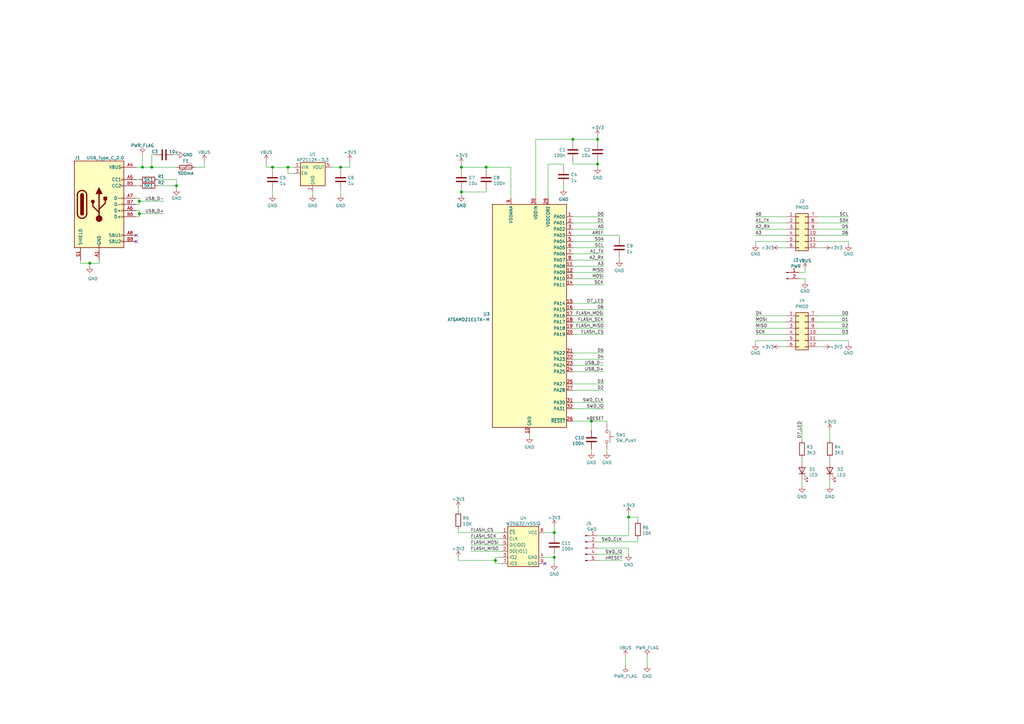
<source format=kicad_sch>
(kicad_sch (version 20210406) (generator eeschema)
  (paper "A3")
  (title_block (title "samd21-pmod") (rev "0.1") (company "Josh Johnson"))
  (lib_symbols
    (symbol "Connector:Conn_01x02_Male" (pin_names (offset 1.016) hide)
      (property "Reference" "J" (at 0 2.54 0))
      (property "Value" "Conn_01x02_Male" (at 0 -5.08 0))
      (symbol "Conn_01x02_Male_1_1"
        (rectangle (start 0.8636 -2.413) (end 0 -2.667) (stroke (width 0.1524)) (fill (type outline)))
        (rectangle (start 0.8636 0.127) (end 0 -0.127) (stroke (width 0.1524)) (fill (type outline)))
        (polyline (pts (xy 1.27 -2.54) (xy 0.8636 -2.54)) (stroke (width 0.1524)))
        (polyline (pts (xy 1.27 0) (xy 0.8636 0)) (stroke (width 0.1524)))
        (pin passive line (at 5.08 0 180) (length 3.81) (name "Pin_1") (number "1"))
        (pin passive line (at 5.08 -2.54 180) (length 3.81) (name "Pin_2") (number "2"))
      )
    )
    (symbol "Connector:Conn_01x05_Male" (pin_names (offset 1.016) hide)
      (property "Reference" "J" (at 0 7.62 0))
      (property "Value" "Conn_01x05_Male" (at 0 -7.62 0))
      (symbol "Conn_01x05_Male_1_1"
        (rectangle (start 0.8636 -4.953) (end 0 -5.207) (stroke (width 0.1524)) (fill (type outline)))
        (rectangle (start 0.8636 -2.413) (end 0 -2.667) (stroke (width 0.1524)) (fill (type outline)))
        (rectangle (start 0.8636 0.127) (end 0 -0.127) (stroke (width 0.1524)) (fill (type outline)))
        (rectangle (start 0.8636 2.667) (end 0 2.413) (stroke (width 0.1524)) (fill (type outline)))
        (rectangle (start 0.8636 5.207) (end 0 4.953) (stroke (width 0.1524)) (fill (type outline)))
        (polyline (pts (xy 1.27 -5.08) (xy 0.8636 -5.08)) (stroke (width 0.1524)))
        (polyline (pts (xy 1.27 -2.54) (xy 0.8636 -2.54)) (stroke (width 0.1524)))
        (polyline (pts (xy 1.27 0) (xy 0.8636 0)) (stroke (width 0.1524)))
        (polyline (pts (xy 1.27 2.54) (xy 0.8636 2.54)) (stroke (width 0.1524)))
        (polyline (pts (xy 1.27 5.08) (xy 0.8636 5.08)) (stroke (width 0.1524)))
        (pin passive line (at 5.08 5.08 180) (length 3.81) (name "Pin_1") (number "1"))
        (pin passive line (at 5.08 2.54 180) (length 3.81) (name "Pin_2") (number "2"))
        (pin passive line (at 5.08 0 180) (length 3.81) (name "Pin_3") (number "3"))
        (pin passive line (at 5.08 -2.54 180) (length 3.81) (name "Pin_4") (number "4"))
        (pin passive line (at 5.08 -5.08 180) (length 3.81) (name "Pin_5") (number "5"))
      )
    )
    (symbol "Connector:USB_C_Receptacle_USB2.0" (pin_names (offset 1.016))
      (property "Reference" "J" (at -10.16 19.05 0))
      (property "Value" "USB_C_Receptacle_USB2.0" (at 19.05 19.05 0))
      (symbol "USB_C_Receptacle_USB2.0_0_0"
        (rectangle (start -0.254 -17.78) (end 0.254 -16.764))
        (rectangle (start 10.16 -14.986) (end 9.144 -15.494))
        (rectangle (start 10.16 -12.446) (end 9.144 -12.954))
        (rectangle (start 10.16 -4.826) (end 9.144 -5.334))
        (rectangle (start 10.16 -2.286) (end 9.144 -2.794))
        (rectangle (start 10.16 0.254) (end 9.144 -0.254))
        (rectangle (start 10.16 2.794) (end 9.144 2.286))
        (rectangle (start 10.16 7.874) (end 9.144 7.366))
        (rectangle (start 10.16 10.414) (end 9.144 9.906))
        (rectangle (start 10.16 15.494) (end 9.144 14.986))
      )
      (symbol "USB_C_Receptacle_USB2.0_0_1"
        (arc (start -8.89 -3.81) (end -5.08 -3.81) (radius (at -6.985 -3.81) (length 1.905) (angles -179.9 -0.1)) (stroke (width 0.508)))
        (arc (start -7.62 -3.81) (end -6.35 -3.81) (radius (at -6.985 -3.81) (length 0.635) (angles -179.9 -0.1)) (stroke (width 0.254)))
        (arc (start -6.35 3.81) (end -7.62 3.81) (radius (at -6.985 3.81) (length 0.635) (angles 0.1 179.9)) (stroke (width 0.254)))
        (arc (start -5.08 3.81) (end -8.89 3.81) (radius (at -6.985 3.81) (length 1.905) (angles 0.1 179.9)) (stroke (width 0.508)))
        (arc (start -7.62 -3.81) (end -6.35 -3.81) (radius (at -6.985 -3.81) (length 0.635) (angles -179.9 -0.1)) (stroke (width 0.254)) (fill (type outline)))
        (arc (start -6.35 3.81) (end -7.62 3.81) (radius (at -6.985 3.81) (length 0.635) (angles 0.1 179.9)) (stroke (width 0.254)) (fill (type outline)))
        (circle (center -2.54 1.143) (radius 0.635) (stroke (width 0.254)) (fill (type outline)))
        (circle (center 0 -5.842) (radius 1.27) (fill (type outline)))
        (rectangle (start -7.62 -3.81) (end -6.35 3.81) (stroke (width 0.254)) (fill (type outline)))
        (rectangle (start 1.905 1.778) (end 3.175 3.048) (stroke (width 0.254)) (fill (type outline)))
        (rectangle (start -10.16 17.78) (end 10.16 -17.78) (stroke (width 0.254)) (fill (type background)))
        (polyline (pts (xy -8.89 -3.81) (xy -8.89 3.81)) (stroke (width 0.508)))
        (polyline (pts (xy -5.08 3.81) (xy -5.08 -3.81)) (stroke (width 0.508)))
        (polyline (pts (xy 0 -5.842) (xy 0 4.318)) (stroke (width 0.508)))
        (polyline (pts (xy 0 -3.302) (xy -2.54 -0.762) (xy -2.54 0.508)) (stroke (width 0.508)))
        (polyline (pts (xy 0 -2.032) (xy 2.54 0.508) (xy 2.54 1.778)) (stroke (width 0.508)))
        (polyline (pts (xy -1.27 4.318) (xy 0 6.858) (xy 1.27 4.318) (xy -1.27 4.318)) (stroke (width 0.254)) (fill (type outline)))
      )
      (symbol "USB_C_Receptacle_USB2.0_1_1"
        (pin power_in line (at 0 -22.86 90) (length 5.08) (name "GND") (number "A1"))
        (pin passive line (at 0 -22.86 90) (length 5.08) hide (name "GND") (number "A12"))
        (pin power_in line (at 15.24 15.24 180) (length 5.08) (name "VBUS") (number "A4"))
        (pin bidirectional line (at 15.24 10.16 180) (length 5.08) (name "CC1") (number "A5"))
        (pin bidirectional line (at 15.24 -2.54 180) (length 5.08) (name "D+") (number "A6"))
        (pin bidirectional line (at 15.24 2.54 180) (length 5.08) (name "D-") (number "A7"))
        (pin bidirectional line (at 15.24 -12.7 180) (length 5.08) (name "SBU1") (number "A8"))
        (pin passive line (at 15.24 15.24 180) (length 5.08) hide (name "VBUS") (number "A9"))
        (pin passive line (at 0 -22.86 90) (length 5.08) hide (name "GND") (number "B1"))
        (pin passive line (at 0 -22.86 90) (length 5.08) hide (name "GND") (number "B12"))
        (pin passive line (at 15.24 15.24 180) (length 5.08) hide (name "VBUS") (number "B4"))
        (pin bidirectional line (at 15.24 7.62 180) (length 5.08) (name "CC2") (number "B5"))
        (pin bidirectional line (at 15.24 -5.08 180) (length 5.08) (name "D+") (number "B6"))
        (pin bidirectional line (at 15.24 0 180) (length 5.08) (name "D-") (number "B7"))
        (pin bidirectional line (at 15.24 -15.24 180) (length 5.08) (name "SBU2") (number "B8"))
        (pin passive line (at 15.24 15.24 180) (length 5.08) hide (name "VBUS") (number "B9"))
        (pin passive line (at -7.62 -22.86 90) (length 5.08) (name "SHIELD") (number "S1"))
      )
    )
    (symbol "Connector_Generic:Conn_02x06_Top_Bottom" (pin_names (offset 1.016) hide)
      (property "Reference" "J" (at 1.27 7.62 0))
      (property "Value" "Conn_02x06_Top_Bottom" (at 1.27 -10.16 0))
      (symbol "Conn_02x06_Top_Bottom_1_1"
        (rectangle (start -1.27 -7.493) (end 0 -7.747) (stroke (width 0.1524)))
        (rectangle (start -1.27 -4.953) (end 0 -5.207) (stroke (width 0.1524)))
        (rectangle (start -1.27 -2.413) (end 0 -2.667) (stroke (width 0.1524)))
        (rectangle (start -1.27 0.127) (end 0 -0.127) (stroke (width 0.1524)))
        (rectangle (start -1.27 2.667) (end 0 2.413) (stroke (width 0.1524)))
        (rectangle (start -1.27 5.207) (end 0 4.953) (stroke (width 0.1524)))
        (rectangle (start 3.81 -7.493) (end 2.54 -7.747) (stroke (width 0.1524)))
        (rectangle (start 3.81 -4.953) (end 2.54 -5.207) (stroke (width 0.1524)))
        (rectangle (start 3.81 -2.413) (end 2.54 -2.667) (stroke (width 0.1524)))
        (rectangle (start 3.81 0.127) (end 2.54 -0.127) (stroke (width 0.1524)))
        (rectangle (start 3.81 2.667) (end 2.54 2.413) (stroke (width 0.1524)))
        (rectangle (start 3.81 5.207) (end 2.54 4.953) (stroke (width 0.1524)))
        (rectangle (start -1.27 6.35) (end 3.81 -8.89) (stroke (width 0.254)) (fill (type background)))
        (pin passive line (at -5.08 5.08 0) (length 3.81) (name "Pin_1") (number "1"))
        (pin passive line (at 7.62 -2.54 180) (length 3.81) (name "Pin_10") (number "10"))
        (pin passive line (at 7.62 -5.08 180) (length 3.81) (name "Pin_11") (number "11"))
        (pin passive line (at 7.62 -7.62 180) (length 3.81) (name "Pin_12") (number "12"))
        (pin passive line (at -5.08 2.54 0) (length 3.81) (name "Pin_2") (number "2"))
        (pin passive line (at -5.08 0 0) (length 3.81) (name "Pin_3") (number "3"))
        (pin passive line (at -5.08 -2.54 0) (length 3.81) (name "Pin_4") (number "4"))
        (pin passive line (at -5.08 -5.08 0) (length 3.81) (name "Pin_5") (number "5"))
        (pin passive line (at -5.08 -7.62 0) (length 3.81) (name "Pin_6") (number "6"))
        (pin passive line (at 7.62 5.08 180) (length 3.81) (name "Pin_7") (number "7"))
        (pin passive line (at 7.62 2.54 180) (length 3.81) (name "Pin_8") (number "8"))
        (pin passive line (at 7.62 0 180) (length 3.81) (name "Pin_9") (number "9"))
      )
    )
    (symbol "Device:C" (pin_numbers hide) (pin_names (offset 0.254))
      (property "Reference" "C" (at 0.635 2.54 0))
      (property "Value" "C" (at 0.635 -2.54 0))
      (symbol "C_0_1"
        (polyline (pts (xy -2.032 -0.762) (xy 2.032 -0.762)) (stroke (width 0.508)))
        (polyline (pts (xy -2.032 0.762) (xy 2.032 0.762)) (stroke (width 0.508)))
      )
      (symbol "C_1_1"
        (pin passive line (at 0 3.81 270) (length 2.794) (name "~") (number "1"))
        (pin passive line (at 0 -3.81 90) (length 2.794) (name "~") (number "2"))
      )
    )
    (symbol "Device:LED" (pin_numbers hide) (pin_names (offset 1.016) hide)
      (property "Reference" "D" (at 0 2.54 0))
      (property "Value" "LED" (at 0 -2.54 0))
      (symbol "LED_0_1"
        (polyline (pts (xy -1.27 -1.27) (xy -1.27 1.27)) (stroke (width 0.254)))
        (polyline (pts (xy -1.27 0) (xy 1.27 0)))
        (polyline (pts (xy 1.27 -1.27) (xy 1.27 1.27) (xy -1.27 0) (xy 1.27 -1.27)) (stroke (width 0.254)))
        (polyline (pts (xy -3.048 -0.762) (xy -4.572 -2.286) (xy -3.81 -2.286) (xy -4.572 -2.286) (xy -4.572 -1.524)))
        (polyline (pts (xy -1.778 -0.762) (xy -3.302 -2.286) (xy -2.54 -2.286) (xy -3.302 -2.286) (xy -3.302 -1.524)))
      )
      (symbol "LED_1_1"
        (pin passive line (at -3.81 0 0) (length 2.54) (name "K") (number "1"))
        (pin passive line (at 3.81 0 180) (length 2.54) (name "A") (number "2"))
      )
    )
    (symbol "Device:Polyfuse" (pin_numbers hide) (pin_names (offset 0))
      (property "Reference" "F" (at -2.54 0 90))
      (property "Value" "Polyfuse" (at 2.54 0 90))
      (symbol "Polyfuse_0_1"
        (rectangle (start -0.762 2.54) (end 0.762 -2.54) (stroke (width 0.254)))
        (polyline (pts (xy 0 2.54) (xy 0 -2.54)))
        (polyline (pts (xy -1.524 2.54) (xy -1.524 1.524) (xy 1.524 -1.524) (xy 1.524 -2.54)))
      )
      (symbol "Polyfuse_1_1"
        (pin passive line (at 0 3.81 270) (length 1.27) (name "~") (number "1"))
        (pin passive line (at 0 -3.81 90) (length 1.27) (name "~") (number "2"))
      )
    )
    (symbol "Device:R" (pin_numbers hide) (pin_names (offset 0))
      (property "Reference" "R" (at 2.032 0 90))
      (property "Value" "R" (at 0 0 90))
      (symbol "R_0_1"
        (rectangle (start -1.016 -2.54) (end 1.016 2.54) (stroke (width 0.254)))
      )
      (symbol "R_1_1"
        (pin passive line (at 0 3.81 270) (length 1.27) (name "~") (number "1"))
        (pin passive line (at 0 -3.81 90) (length 1.27) (name "~") (number "2"))
      )
    )
    (symbol "MCU_Microchip_SAMD:ATSAMD21E17A-M"
      (property "Reference" "U" (at -13.97 46.99 0))
      (property "Value" "ATSAMD21E17A-M" (at 16.51 46.99 0))
      (symbol "ATSAMD21E17A-M_1_1"
        (rectangle (start -15.24 45.72) (end 15.24 -45.72) (stroke (width 0.254)) (fill (type background)))
        (pin bidirectional line (at -17.78 40.64 0) (length 2.54) (name "PA00") (number "1"))
        (pin power_in line (at 0 -48.26 90) (length 2.54) (name "GND") (number "10"))
        (pin bidirectional line (at -17.78 20.32 0) (length 2.54) (name "PA08") (number "11"))
        (pin bidirectional line (at -17.78 17.78 0) (length 2.54) (name "PA09") (number "12"))
        (pin bidirectional line (at -17.78 15.24 0) (length 2.54) (name "PA10") (number "13"))
        (pin bidirectional line (at -17.78 12.7 0) (length 2.54) (name "PA11") (number "14"))
        (pin bidirectional line (at -17.78 5.08 0) (length 2.54) (name "PA14") (number "15"))
        (pin bidirectional line (at -17.78 2.54 0) (length 2.54) (name "PA15") (number "16"))
        (pin bidirectional line (at -17.78 0 0) (length 2.54) (name "PA16") (number "17"))
        (pin bidirectional line (at -17.78 -2.54 0) (length 2.54) (name "PA17") (number "18"))
        (pin bidirectional line (at -17.78 -5.08 0) (length 2.54) (name "PA18") (number "19"))
        (pin bidirectional line (at -17.78 38.1 0) (length 2.54) (name "PA01") (number "2"))
        (pin bidirectional line (at -17.78 -7.62 0) (length 2.54) (name "PA19") (number "20"))
        (pin bidirectional line (at -17.78 -15.24 0) (length 2.54) (name "PA22") (number "21"))
        (pin bidirectional line (at -17.78 -17.78 0) (length 2.54) (name "PA23") (number "22"))
        (pin bidirectional line (at -17.78 -20.32 0) (length 2.54) (name "PA24") (number "23"))
        (pin bidirectional line (at -17.78 -22.86 0) (length 2.54) (name "PA25") (number "24"))
        (pin bidirectional line (at -17.78 -27.94 0) (length 2.54) (name "PA27") (number "25"))
        (pin input line (at -17.78 -43.18 0) (length 2.54) (name "~RESET") (number "26"))
        (pin bidirectional line (at -17.78 -30.48 0) (length 2.54) (name "PA28") (number "27"))
        (pin passive line (at 0 -48.26 90) (length 2.54) hide (name "GND") (number "28"))
        (pin power_out line (at -7.62 48.26 270) (length 2.54) (name "VDDCORE") (number "29"))
        (pin bidirectional line (at -17.78 35.56 0) (length 2.54) (name "PA02") (number "3"))
        (pin power_in line (at -2.54 48.26 270) (length 2.54) (name "VDDIN") (number "30"))
        (pin bidirectional line (at -17.78 -35.56 0) (length 2.54) (name "PA30") (number "31"))
        (pin bidirectional line (at -17.78 -38.1 0) (length 2.54) (name "PA31") (number "32"))
        (pin no_connect line (at 15.24 -43.18 180) (length 2.54) hide (name "EP") (number "33"))
        (pin bidirectional line (at -17.78 33.02 0) (length 2.54) (name "PA03") (number "4"))
        (pin bidirectional line (at -17.78 30.48 0) (length 2.54) (name "PA04") (number "5"))
        (pin bidirectional line (at -17.78 27.94 0) (length 2.54) (name "PA05") (number "6"))
        (pin bidirectional line (at -17.78 25.4 0) (length 2.54) (name "PA06") (number "7"))
        (pin bidirectional line (at -17.78 22.86 0) (length 2.54) (name "PA07") (number "8"))
        (pin power_in line (at 7.62 48.26 270) (length 2.54) (name "VDDANA") (number "9"))
      )
    )
    (symbol "Regulator_Linear:AP2112K-3.3" (pin_names (offset 0.254))
      (property "Reference" "U" (at -5.08 5.715 0))
      (property "Value" "AP2112K-3.3" (at 0 5.715 0))
      (symbol "AP2112K-3.3_0_1"
        (rectangle (start -5.08 4.445) (end 5.08 -5.08) (stroke (width 0.254)) (fill (type background)))
      )
      (symbol "AP2112K-3.3_1_1"
        (pin power_in line (at -7.62 2.54 0) (length 2.54) (name "VIN") (number "1"))
        (pin power_in line (at 0 -7.62 90) (length 2.54) (name "GND") (number "2"))
        (pin input line (at -7.62 0 0) (length 2.54) (name "EN") (number "3"))
        (pin no_connect line (at 7.62 0 180) (length 2.54) hide (name "NC") (number "4"))
        (pin power_out line (at 7.62 2.54 180) (length 2.54) (name "VOUT") (number "5"))
      )
    )
    (symbol "Switch:SW_Push" (pin_numbers hide) (pin_names (offset 1.016) hide)
      (property "Reference" "SW" (at 1.27 2.54 0))
      (property "Value" "SW_Push" (at 0 -1.524 0))
      (symbol "SW_Push_0_1"
        (circle (center -2.032 0) (radius 0.508))
        (circle (center 2.032 0) (radius 0.508))
        (polyline (pts (xy 0 1.27) (xy 0 3.048)))
        (polyline (pts (xy 2.54 1.27) (xy -2.54 1.27)))
        (pin passive line (at -5.08 0 0) (length 2.54) (name "1") (number "1"))
        (pin passive line (at 5.08 0 180) (length 2.54) (name "2") (number "2"))
      )
    )
    (symbol "josh-memory:W25Q128JVSIQ"
      (property "Reference" "U" (at -8.89 11.43 0))
      (property "Value" "W25Q128JVSIQ" (at -3.81 8.89 0))
      (symbol "W25Q128JVSIQ_0_1"
        (rectangle (start -10.16 7.62) (end 2.54 -8.89) (stroke (width 0.254)) (fill (type background)))
      )
      (symbol "W25Q128JVSIQ_1_1"
        (pin input line (at -12.7 5.08 0) (length 2.54) (name "~CS") (number "1"))
        (pin bidirectional line (at -12.7 -2.54 0) (length 2.54) (name "DO(IO1)") (number "2"))
        (pin bidirectional line (at -12.7 -5.08 0) (length 2.54) (name "IO2") (number "3"))
        (pin power_in line (at 5.08 -5.08 180) (length 2.54) (name "GND") (number "4"))
        (pin bidirectional line (at -12.7 0 0) (length 2.54) (name "DI(IO0)") (number "5"))
        (pin input line (at -12.7 2.54 0) (length 2.54) (name "CLK") (number "6"))
        (pin bidirectional line (at -12.7 -7.62 0) (length 2.54) (name "IO3") (number "7"))
        (pin power_in line (at 5.08 5.08 180) (length 2.54) (name "VCC") (number "8"))
        (pin power_in line (at 5.08 -7.62 180) (length 2.54) (name "GND") (number "9"))
      )
    )
    (symbol "power:+3V3" (power) (pin_names (offset 0))
      (property "Value" "+3V3" (at 0 3.556 0))
      (symbol "+3V3_0_1"
        (polyline (pts (xy -0.762 1.27) (xy 0 2.54)))
        (polyline (pts (xy 0 0) (xy 0 2.54)))
        (polyline (pts (xy 0 2.54) (xy 0.762 1.27)))
      )
      (symbol "+3V3_1_1"
        (pin power_in line (at 0 0 90) (length 0) hide (name "+3V3") (number "1"))
      )
    )
    (symbol "power:GND" (power) (pin_names (offset 0))
      (property "Value" "GND" (at 0 -3.81 0))
      (symbol "GND_0_1"
        (polyline (pts (xy 0 0) (xy 0 -1.27) (xy 1.27 -1.27) (xy 0 -2.54) (xy -1.27 -1.27) (xy 0 -1.27)))
      )
      (symbol "GND_1_1"
        (pin power_in line (at 0 0 270) (length 0) hide (name "GND") (number "1"))
      )
    )
    (symbol "power:PWR_FLAG" (power) (pin_numbers hide) (pin_names (offset 0) hide)
      (property "Value" "PWR_FLAG" (at 0 3.81 0))
      (symbol "PWR_FLAG_0_0"
        (pin power_out line (at 0 0 90) (length 0) (name "pwr") (number "1"))
      )
      (symbol "PWR_FLAG_0_1"
        (polyline (pts (xy 0 0) (xy 0 1.27) (xy -1.016 1.905) (xy 0 2.54) (xy 1.016 1.905) (xy 0 1.27)))
      )
    )
    (symbol "power:VBUS" (power) (pin_names (offset 0))
      (property "Value" "VBUS" (at 0 3.81 0))
      (symbol "VBUS_0_1"
        (polyline (pts (xy -0.762 1.27) (xy 0 2.54)))
        (polyline (pts (xy 0 0) (xy 0 2.54)))
        (polyline (pts (xy 0 2.54) (xy 0.762 1.27)))
      )
      (symbol "VBUS_1_1"
        (pin power_in line (at 0 0 90) (length 0) hide (name "VBUS") (number "1"))
      )
    )
  )
  (junction (at 36.83 107.95) (diameter 1.016))
  (junction (at 57.15 82.55) (diameter 1.016))
  (junction (at 57.15 87.63) (diameter 1.016))
  (junction (at 58.42 68.58) (diameter 1.016))
  (junction (at 62.23 68.58) (diameter 1.016))
  (junction (at 72.39 76.2) (diameter 1.016))
  (junction (at 111.76 68.58) (diameter 1.016))
  (junction (at 118.11 68.58) (diameter 1.016))
  (junction (at 139.7 68.58) (diameter 1.016))
  (junction (at 189.23 68.58) (diameter 1.016))
  (junction (at 189.23 78.74) (diameter 1.016))
  (junction (at 199.39 68.58) (diameter 1.016))
  (junction (at 203.2 229.87) (diameter 1.016))
  (junction (at 227.33 218.44) (diameter 1.016))
  (junction (at 227.33 228.6) (diameter 1.016))
  (junction (at 234.95 57.15) (diameter 1.016))
  (junction (at 242.57 172.72) (diameter 1.016))
  (junction (at 245.11 57.15) (diameter 1.016))
  (junction (at 245.11 67.31) (diameter 1.016))
  (junction (at 257.81 212.09) (diameter 1.016))
  (no_connect (at 55.88 96.52))
  (no_connect (at 55.88 99.06))
  (no_connect (at 223.52 231.14))
  (wire (pts (xy 33.02 106.68) (xy 33.02 107.95)))
  (wire (pts (xy 33.02 107.95) (xy 36.83 107.95)))
  (wire (pts (xy 36.83 107.95) (xy 36.83 109.22)))
  (wire (pts (xy 36.83 107.95) (xy 40.64 107.95)))
  (wire (pts (xy 40.64 106.68) (xy 40.64 107.95)))
  (wire (pts (xy 55.88 68.58) (xy 58.42 68.58)))
  (wire (pts (xy 55.88 73.66) (xy 57.15 73.66)))
  (wire (pts (xy 55.88 76.2) (xy 57.15 76.2)))
  (wire (pts (xy 55.88 81.28) (xy 57.15 81.28)))
  (wire (pts (xy 55.88 83.82) (xy 57.15 83.82)))
  (wire (pts (xy 55.88 86.36) (xy 57.15 86.36)))
  (wire (pts (xy 55.88 88.9) (xy 57.15 88.9)))
  (wire (pts (xy 57.15 82.55) (xy 57.15 81.28)))
  (wire (pts (xy 57.15 82.55) (xy 67.31 82.55)))
  (wire (pts (xy 57.15 83.82) (xy 57.15 82.55)))
  (wire (pts (xy 57.15 86.36) (xy 57.15 87.63)))
  (wire (pts (xy 57.15 87.63) (xy 57.15 88.9)))
  (wire (pts (xy 57.15 87.63) (xy 67.31 87.63)))
  (wire (pts (xy 58.42 63.5) (xy 58.42 68.58)))
  (wire (pts (xy 58.42 68.58) (xy 62.23 68.58)))
  (wire (pts (xy 62.23 63.5) (xy 62.23 68.58)))
  (wire (pts (xy 62.23 68.58) (xy 72.39 68.58)))
  (wire (pts (xy 63.5 63.5) (xy 62.23 63.5)))
  (wire (pts (xy 64.77 73.66) (xy 72.39 73.66)))
  (wire (pts (xy 64.77 76.2) (xy 72.39 76.2)))
  (wire (pts (xy 71.12 63.5) (xy 72.39 63.5)))
  (wire (pts (xy 72.39 73.66) (xy 72.39 76.2)))
  (wire (pts (xy 72.39 76.2) (xy 72.39 77.47)))
  (wire (pts (xy 83.82 66.04) (xy 83.82 68.58)))
  (wire (pts (xy 83.82 68.58) (xy 80.01 68.58)))
  (wire (pts (xy 109.22 66.04) (xy 109.22 68.58)))
  (wire (pts (xy 109.22 68.58) (xy 111.76 68.58)))
  (wire (pts (xy 111.76 68.58) (xy 118.11 68.58)))
  (wire (pts (xy 111.76 69.85) (xy 111.76 68.58)))
  (wire (pts (xy 111.76 77.47) (xy 111.76 80.01)))
  (wire (pts (xy 118.11 68.58) (xy 120.65 68.58)))
  (wire (pts (xy 118.11 71.12) (xy 118.11 68.58)))
  (wire (pts (xy 120.65 71.12) (xy 118.11 71.12)))
  (wire (pts (xy 128.27 78.74) (xy 128.27 80.01)))
  (wire (pts (xy 135.89 68.58) (xy 139.7 68.58)))
  (wire (pts (xy 139.7 69.85) (xy 139.7 68.58)))
  (wire (pts (xy 139.7 77.47) (xy 139.7 80.01)))
  (wire (pts (xy 143.51 66.04) (xy 143.51 68.58)))
  (wire (pts (xy 143.51 68.58) (xy 139.7 68.58)))
  (wire (pts (xy 187.96 208.28) (xy 187.96 209.55)))
  (wire (pts (xy 187.96 217.17) (xy 187.96 218.44)))
  (wire (pts (xy 187.96 218.44) (xy 205.74 218.44)))
  (wire (pts (xy 187.96 228.6) (xy 187.96 229.87)))
  (wire (pts (xy 189.23 67.31) (xy 189.23 68.58)))
  (wire (pts (xy 189.23 68.58) (xy 199.39 68.58)))
  (wire (pts (xy 189.23 69.85) (xy 189.23 68.58)))
  (wire (pts (xy 189.23 77.47) (xy 189.23 78.74)))
  (wire (pts (xy 189.23 78.74) (xy 189.23 80.01)))
  (wire (pts (xy 189.23 78.74) (xy 199.39 78.74)))
  (wire (pts (xy 193.04 220.98) (xy 205.74 220.98)))
  (wire (pts (xy 193.04 223.52) (xy 205.74 223.52)))
  (wire (pts (xy 193.04 226.06) (xy 205.74 226.06)))
  (wire (pts (xy 199.39 68.58) (xy 199.39 69.85)))
  (wire (pts (xy 199.39 77.47) (xy 199.39 78.74)))
  (wire (pts (xy 203.2 228.6) (xy 203.2 229.87)))
  (wire (pts (xy 203.2 229.87) (xy 187.96 229.87)))
  (wire (pts (xy 203.2 229.87) (xy 203.2 231.14)))
  (wire (pts (xy 203.2 231.14) (xy 205.74 231.14)))
  (wire (pts (xy 205.74 228.6) (xy 203.2 228.6)))
  (wire (pts (xy 209.55 68.58) (xy 199.39 68.58)))
  (wire (pts (xy 209.55 81.28) (xy 209.55 68.58)))
  (wire (pts (xy 217.17 177.8) (xy 217.17 179.07)))
  (wire (pts (xy 219.71 57.15) (xy 219.71 81.28)))
  (wire (pts (xy 219.71 57.15) (xy 234.95 57.15)))
  (wire (pts (xy 223.52 218.44) (xy 227.33 218.44)))
  (wire (pts (xy 223.52 228.6) (xy 227.33 228.6)))
  (wire (pts (xy 224.79 67.31) (xy 231.14 67.31)))
  (wire (pts (xy 224.79 81.28) (xy 224.79 67.31)))
  (wire (pts (xy 227.33 215.9) (xy 227.33 218.44)))
  (wire (pts (xy 227.33 218.44) (xy 227.33 219.71)))
  (wire (pts (xy 227.33 227.33) (xy 227.33 228.6)))
  (wire (pts (xy 227.33 228.6) (xy 227.33 231.14)))
  (wire (pts (xy 231.14 68.58) (xy 231.14 67.31)))
  (wire (pts (xy 231.14 76.2) (xy 231.14 77.47)))
  (wire (pts (xy 234.95 57.15) (xy 234.95 58.42)))
  (wire (pts (xy 234.95 66.04) (xy 234.95 67.31)))
  (wire (pts (xy 234.95 88.9) (xy 247.65 88.9)))
  (wire (pts (xy 234.95 91.44) (xy 247.65 91.44)))
  (wire (pts (xy 234.95 93.98) (xy 247.65 93.98)))
  (wire (pts (xy 234.95 96.52) (xy 254 96.52)))
  (wire (pts (xy 234.95 99.06) (xy 247.65 99.06)))
  (wire (pts (xy 234.95 101.6) (xy 247.65 101.6)))
  (wire (pts (xy 234.95 104.14) (xy 247.65 104.14)))
  (wire (pts (xy 234.95 106.68) (xy 247.65 106.68)))
  (wire (pts (xy 234.95 109.22) (xy 247.65 109.22)))
  (wire (pts (xy 234.95 111.76) (xy 247.65 111.76)))
  (wire (pts (xy 234.95 114.3) (xy 247.65 114.3)))
  (wire (pts (xy 234.95 116.84) (xy 247.65 116.84)))
  (wire (pts (xy 234.95 124.46) (xy 247.65 124.46)))
  (wire (pts (xy 234.95 127) (xy 247.65 127)))
  (wire (pts (xy 234.95 144.78) (xy 247.65 144.78)))
  (wire (pts (xy 234.95 147.32) (xy 247.65 147.32)))
  (wire (pts (xy 234.95 149.86) (xy 247.65 149.86)))
  (wire (pts (xy 234.95 152.4) (xy 247.65 152.4)))
  (wire (pts (xy 234.95 157.48) (xy 247.65 157.48)))
  (wire (pts (xy 234.95 160.02) (xy 247.65 160.02)))
  (wire (pts (xy 234.95 165.1) (xy 247.65 165.1)))
  (wire (pts (xy 234.95 167.64) (xy 247.65 167.64)))
  (wire (pts (xy 234.95 172.72) (xy 242.57 172.72)))
  (wire (pts (xy 242.57 172.72) (xy 242.57 176.53)))
  (wire (pts (xy 242.57 172.72) (xy 248.92 172.72)))
  (wire (pts (xy 242.57 184.15) (xy 242.57 185.42)))
  (wire (pts (xy 245.11 55.88) (xy 245.11 57.15)))
  (wire (pts (xy 245.11 57.15) (xy 234.95 57.15)))
  (wire (pts (xy 245.11 58.42) (xy 245.11 57.15)))
  (wire (pts (xy 245.11 66.04) (xy 245.11 67.31)))
  (wire (pts (xy 245.11 67.31) (xy 234.95 67.31)))
  (wire (pts (xy 245.11 67.31) (xy 245.11 68.58)))
  (wire (pts (xy 245.11 219.71) (xy 257.81 219.71)))
  (wire (pts (xy 245.11 222.25) (xy 261.62 222.25)))
  (wire (pts (xy 245.11 224.79) (xy 257.81 224.79)))
  (wire (pts (xy 245.11 227.33) (xy 255.27 227.33)))
  (wire (pts (xy 245.11 229.87) (xy 255.27 229.87)))
  (wire (pts (xy 247.65 129.54) (xy 234.95 129.54)))
  (wire (pts (xy 247.65 132.08) (xy 234.95 132.08)))
  (wire (pts (xy 247.65 134.62) (xy 234.95 134.62)))
  (wire (pts (xy 247.65 137.16) (xy 234.95 137.16)))
  (wire (pts (xy 248.92 172.72) (xy 248.92 173.99)))
  (wire (pts (xy 248.92 184.15) (xy 248.92 185.42)))
  (wire (pts (xy 254 97.79) (xy 254 96.52)))
  (wire (pts (xy 254 105.41) (xy 254 106.68)))
  (wire (pts (xy 256.54 269.24) (xy 256.54 273.05)))
  (wire (pts (xy 257.81 210.82) (xy 257.81 212.09)))
  (wire (pts (xy 257.81 212.09) (xy 257.81 219.71)))
  (wire (pts (xy 257.81 212.09) (xy 261.62 212.09)))
  (wire (pts (xy 257.81 224.79) (xy 257.81 227.33)))
  (wire (pts (xy 261.62 213.36) (xy 261.62 212.09)))
  (wire (pts (xy 261.62 222.25) (xy 261.62 220.98)))
  (wire (pts (xy 265.43 269.24) (xy 265.43 273.05)))
  (wire (pts (xy 309.88 99.06) (xy 309.88 100.33)))
  (wire (pts (xy 309.88 99.06) (xy 322.58 99.06)))
  (wire (pts (xy 309.88 139.7) (xy 309.88 140.97)))
  (wire (pts (xy 309.88 139.7) (xy 322.58 139.7)))
  (wire (pts (xy 320.04 101.6) (xy 322.58 101.6)))
  (wire (pts (xy 320.04 142.24) (xy 322.58 142.24)))
  (wire (pts (xy 322.58 88.9) (xy 309.88 88.9)))
  (wire (pts (xy 322.58 91.44) (xy 309.88 91.44)))
  (wire (pts (xy 322.58 93.98) (xy 309.88 93.98)))
  (wire (pts (xy 322.58 96.52) (xy 309.88 96.52)))
  (wire (pts (xy 322.58 129.54) (xy 309.88 129.54)))
  (wire (pts (xy 322.58 132.08) (xy 309.88 132.08)))
  (wire (pts (xy 322.58 134.62) (xy 309.88 134.62)))
  (wire (pts (xy 322.58 137.16) (xy 309.88 137.16)))
  (wire (pts (xy 327.66 114.3) (xy 330.2 114.3)))
  (wire (pts (xy 328.93 172.72) (xy 328.93 180.34)))
  (wire (pts (xy 328.93 187.96) (xy 328.93 189.23)))
  (wire (pts (xy 328.93 196.85) (xy 328.93 199.39)))
  (wire (pts (xy 330.2 110.49) (xy 330.2 111.76)))
  (wire (pts (xy 330.2 111.76) (xy 327.66 111.76)))
  (wire (pts (xy 330.2 114.3) (xy 330.2 115.57)))
  (wire (pts (xy 335.28 88.9) (xy 347.98 88.9)))
  (wire (pts (xy 335.28 91.44) (xy 347.98 91.44)))
  (wire (pts (xy 335.28 93.98) (xy 347.98 93.98)))
  (wire (pts (xy 335.28 96.52) (xy 347.98 96.52)))
  (wire (pts (xy 335.28 99.06) (xy 347.98 99.06)))
  (wire (pts (xy 335.28 101.6) (xy 337.82 101.6)))
  (wire (pts (xy 335.28 129.54) (xy 347.98 129.54)))
  (wire (pts (xy 335.28 132.08) (xy 347.98 132.08)))
  (wire (pts (xy 335.28 134.62) (xy 347.98 134.62)))
  (wire (pts (xy 335.28 137.16) (xy 347.98 137.16)))
  (wire (pts (xy 335.28 139.7) (xy 347.98 139.7)))
  (wire (pts (xy 335.28 142.24) (xy 337.82 142.24)))
  (wire (pts (xy 340.36 176.53) (xy 340.36 180.34)))
  (wire (pts (xy 340.36 187.96) (xy 340.36 189.23)))
  (wire (pts (xy 340.36 196.85) (xy 340.36 199.39)))
  (wire (pts (xy 347.98 99.06) (xy 347.98 100.33)))
  (wire (pts (xy 347.98 139.7) (xy 347.98 140.97)))
  (label "USB_D-" (at 67.31 82.55 180))
  (label "USB_D+" (at 67.31 87.63 180))
  (label "FLASH_CS" (at 193.04 218.44 0))
  (label "FLASH_SCK" (at 193.04 220.98 0))
  (label "FLASH_MOSI" (at 193.04 223.52 0))
  (label "FLASH_MISO" (at 193.04 226.06 0))
  (label "D0" (at 247.65 88.9 180))
  (label "D1" (at 247.65 91.44 180))
  (label "A0" (at 247.65 93.98 180))
  (label "AREF" (at 247.65 96.52 180))
  (label "SDA" (at 247.65 99.06 180))
  (label "SCL" (at 247.65 101.6 180))
  (label "A1_TX" (at 247.65 104.14 180))
  (label "A2_RX" (at 247.65 106.68 180))
  (label "A3" (at 247.65 109.22 180))
  (label "MISO" (at 247.65 111.76 180))
  (label "MOSI" (at 247.65 114.3 180))
  (label "SCK" (at 247.65 116.84 180))
  (label "D7_LED" (at 247.65 124.46 180))
  (label "D6" (at 247.65 127 180))
  (label "FLASH_MOSI" (at 247.65 129.54 180))
  (label "FLASH_SCK" (at 247.65 132.08 180))
  (label "FLASH_MISO" (at 247.65 134.62 180))
  (label "FLASH_CS" (at 247.65 137.16 180))
  (label "D5" (at 247.65 144.78 180))
  (label "D4" (at 247.65 147.32 180))
  (label "USB_D-" (at 247.65 149.86 180))
  (label "USB_D+" (at 247.65 152.4 180))
  (label "D3" (at 247.65 157.48 180))
  (label "D2" (at 247.65 160.02 180))
  (label "SWD_CLK" (at 247.65 165.1 180))
  (label "SWD_IO" (at 247.65 167.64 180))
  (label "nRESET" (at 247.65 172.72 180))
  (label "SWD_CLK" (at 255.27 222.25 180))
  (label "SWD_IO" (at 255.27 227.33 180))
  (label "nRESET" (at 255.27 229.87 180))
  (label "A0" (at 309.88 88.9 0))
  (label "A1_TX" (at 309.88 91.44 0))
  (label "A2_RX" (at 309.88 93.98 0))
  (label "A3" (at 309.88 96.52 0))
  (label "D4" (at 309.88 129.54 0))
  (label "MOSI" (at 309.88 132.08 0))
  (label "MISO" (at 309.88 134.62 0))
  (label "SCK" (at 309.88 137.16 0))
  (label "D7_LED" (at 328.93 172.72 270))
  (label "SCL" (at 347.98 88.9 180))
  (label "SDA" (at 347.98 91.44 180))
  (label "D5" (at 347.98 93.98 180))
  (label "D6" (at 347.98 96.52 180))
  (label "D0" (at 347.98 129.54 180))
  (label "D1" (at 347.98 132.08 180))
  (label "D2" (at 347.98 134.62 180))
  (label "D3" (at 347.98 137.16 180))
  (symbol (lib_id "power:VBUS") (at 83.82 66.04 0) (unit 1)
    (property "Reference" "#PWR0101" (effects hide))
    (property "Value" "VBUS" (at 83.82 62.4926 0))
  )
  (symbol (lib_id "power:VBUS") (at 109.22 66.04 0) (unit 1)
    (property "Reference" "#PWR0104" (effects hide))
    (property "Value" "VBUS" (at 109.22 62.4926 0))
  )
  (symbol (lib_id "power:+3V3") (at 143.51 66.04 0) (unit 1)
    (property "Reference" "#PWR0105" (effects hide))
    (property "Value" "+3V3" (at 143.51 62.4926 0))
  )
  (symbol (lib_id "power:+3V3") (at 187.96 208.28 0) (unit 1)
    (property "Reference" "#PWR0127" (effects hide))
    (property "Value" "+3V3" (at 187.96 204.7326 0))
  )
  (symbol (lib_id "power:+3V3") (at 187.96 228.6 0) (unit 1)
    (property "Reference" "#PWR0126" (effects hide))
    (property "Value" "+3V3" (at 187.96 225.0526 0))
  )
  (symbol (lib_id "power:+3V3") (at 189.23 67.31 0) (unit 1)
    (property "Reference" "#PWR0112" (effects hide))
    (property "Value" "+3V3" (at 189.23 63.7626 0))
  )
  (symbol (lib_id "power:+3V3") (at 227.33 215.9 0) (unit 1)
    (property "Reference" "#PWR0125" (effects hide))
    (property "Value" "+3V3" (at 227.33 212.3526 0))
  )
  (symbol (lib_id "power:+3V3") (at 245.11 55.88 0) (mirror y) (unit 1)
    (property "Reference" "#PWR0114" (effects hide))
    (property "Value" "+3V3" (at 245.11 52.3326 0))
  )
  (symbol (lib_id "power:VBUS") (at 256.54 269.24 0) (unit 1)
    (property "Reference" "#PWR0140" (effects hide))
    (property "Value" "VBUS" (at 256.54 265.6926 0))
  )
  (symbol (lib_id "power:+3V3") (at 257.81 210.82 0) (unit 1)
    (property "Reference" "#PWR0118" (effects hide))
    (property "Value" "+3V3" (at 257.81 207.2726 0))
  )
  (symbol (lib_id "power:+3V3") (at 320.04 101.6 90) (unit 1)
    (property "Reference" "#PWR0134" (effects hide))
    (property "Value" "+3V3" (at 317.5 101.6 90) (effects (justify left)))
  )
  (symbol (lib_id "power:+3V3") (at 320.04 142.24 90) (unit 1)
    (property "Reference" "#PWR0133" (effects hide))
    (property "Value" "+3V3" (at 317.5 142.24 90) (effects (justify left)))
  )
  (symbol (lib_id "power:VBUS") (at 330.2 110.49 0) (unit 1)
    (property "Reference" "#PWR0108" (effects hide))
    (property "Value" "VBUS" (at 330.2 106.9426 0))
  )
  (symbol (lib_id "power:+3V3") (at 337.82 101.6 270) (unit 1)
    (property "Reference" "#PWR0138" (effects hide))
    (property "Value" "+3V3" (at 340.36 101.6 90) (effects (justify left)))
  )
  (symbol (lib_id "power:+3V3") (at 337.82 142.24 270) (unit 1)
    (property "Reference" "#PWR0130" (effects hide))
    (property "Value" "+3V3" (at 340.36 142.24 90) (effects (justify left)))
  )
  (symbol (lib_id "power:+3V3") (at 340.36 176.53 0) (unit 1)
    (property "Reference" "#PWR0124" (effects hide))
    (property "Value" "+3V3" (at 340.36 172.9826 0))
  )
  (symbol (lib_id "power:PWR_FLAG") (at 58.42 63.5 0) (unit 1)
    (property "Reference" "#FLG0101" (effects hide))
    (property "Value" "PWR_FLAG" (at 58.42 59.69 0))
  )
  (symbol (lib_id "power:PWR_FLAG") (at 256.54 273.05 180) (unit 1)
    (property "Reference" "#FLG0102" (effects hide))
    (property "Value" "PWR_FLAG" (at 256.54 277.3744 0))
  )
  (symbol (lib_id "power:PWR_FLAG") (at 265.43 269.24 0) (unit 1)
    (property "Reference" "#FLG0103" (effects hide))
    (property "Value" "PWR_FLAG" (at 265.43 265.6926 0))
  )
  (symbol (lib_id "power:GND") (at 36.83 109.22 0) (unit 1)
    (property "Reference" "#PWR0107" (effects hide))
    (property "Value" "GND" (at 38.1 114.3 0))
  )
  (symbol (lib_id "power:GND") (at 72.39 63.5 90) (unit 1)
    (property "Reference" "#PWR0109" (effects hide))
    (property "Value" "GND" (at 74.93 63.5 90) (effects (justify right)))
  )
  (symbol (lib_id "power:GND") (at 72.39 77.47 0) (unit 1)
    (property "Reference" "#PWR0110" (effects hide))
    (property "Value" "GND" (at 72.39 81.28 0))
  )
  (symbol (lib_id "power:GND") (at 111.76 80.01 0) (unit 1)
    (property "Reference" "#PWR0103" (effects hide))
    (property "Value" "GND" (at 111.76 84.3344 0))
  )
  (symbol (lib_id "power:GND") (at 128.27 80.01 0) (unit 1)
    (property "Reference" "#PWR0102" (effects hide))
    (property "Value" "GND" (at 128.27 84.3344 0))
  )
  (symbol (lib_id "power:GND") (at 139.7 80.01 0) (unit 1)
    (property "Reference" "#PWR0106" (effects hide))
    (property "Value" "GND" (at 139.7 84.3344 0))
  )
  (symbol (lib_id "power:GND") (at 189.23 80.01 0) (unit 1)
    (property "Reference" "#PWR0113" (effects hide))
    (property "Value" "GND" (at 189.23 84.3344 0))
  )
  (symbol (lib_id "power:GND") (at 217.17 179.07 0) (unit 1)
    (property "Reference" "#PWR0121" (effects hide))
    (property "Value" "GND" (at 217.17 183.3944 0))
  )
  (symbol (lib_id "power:GND") (at 227.33 231.14 0) (unit 1)
    (property "Reference" "#PWR0116" (effects hide))
    (property "Value" "GND" (at 227.33 235.4644 0))
  )
  (symbol (lib_id "power:GND") (at 231.14 77.47 0) (unit 1)
    (property "Reference" "#PWR0111" (effects hide))
    (property "Value" "GND" (at 231.14 81.7944 0))
  )
  (symbol (lib_id "power:GND") (at 242.57 185.42 0) (unit 1)
    (property "Reference" "#PWR0119" (effects hide))
    (property "Value" "GND" (at 242.57 189.7444 0))
  )
  (symbol (lib_id "power:GND") (at 245.11 68.58 0) (mirror y) (unit 1)
    (property "Reference" "#PWR0115" (effects hide))
    (property "Value" "GND" (at 245.11 72.9044 0))
  )
  (symbol (lib_id "power:GND") (at 248.92 185.42 0) (unit 1)
    (property "Reference" "#PWR0120" (effects hide))
    (property "Value" "GND" (at 248.92 189.7444 0))
  )
  (symbol (lib_id "power:GND") (at 254 106.68 0) (unit 1)
    (property "Reference" "#PWR0128" (effects hide))
    (property "Value" "GND" (at 254 111.0044 0))
  )
  (symbol (lib_id "power:GND") (at 257.81 227.33 0) (unit 1)
    (property "Reference" "#PWR0117" (effects hide))
    (property "Value" "GND" (at 257.81 231.6544 0))
  )
  (symbol (lib_id "power:GND") (at 265.43 273.05 0) (unit 1)
    (property "Reference" "#PWR0137" (effects hide))
    (property "Value" "GND" (at 265.43 277.3744 0))
  )
  (symbol (lib_id "power:GND") (at 309.88 100.33 0) (unit 1)
    (property "Reference" "#PWR0132" (effects hide))
    (property "Value" "GND" (at 309.88 104.14 0))
  )
  (symbol (lib_id "power:GND") (at 309.88 140.97 0) (unit 1)
    (property "Reference" "#PWR0136" (effects hide))
    (property "Value" "GND" (at 309.88 144.78 0))
  )
  (symbol (lib_id "power:GND") (at 328.93 199.39 0) (unit 1)
    (property "Reference" "#PWR0122" (effects hide))
    (property "Value" "GND" (at 328.93 203.7144 0))
  )
  (symbol (lib_id "power:GND") (at 330.2 115.57 0) (unit 1)
    (property "Reference" "#PWR0135" (effects hide))
    (property "Value" "GND" (at 330.2 119.38 0))
  )
  (symbol (lib_id "power:GND") (at 340.36 199.39 0) (unit 1)
    (property "Reference" "#PWR0123" (effects hide))
    (property "Value" "GND" (at 340.36 203.7144 0))
  )
  (symbol (lib_id "power:GND") (at 347.98 100.33 0) (unit 1)
    (property "Reference" "#PWR0131" (effects hide))
    (property "Value" "GND" (at 347.98 104.14 0))
  )
  (symbol (lib_id "power:GND") (at 347.98 140.97 0) (unit 1)
    (property "Reference" "#PWR0129" (effects hide))
    (property "Value" "GND" (at 347.98 144.78 0))
  )
  (symbol (lib_id "Connector:Conn_01x02_Male") (at 322.58 111.76 0) (unit 1)
    (property "Reference" "J3" (at 326.39 106.68 0))
    (property "Value" "PWR" (at 326.39 109.22 0))
    (property "Footprint" "Connector_PinSocket_2.54mm:PinSocket_1x02_P2.54mm_Vertical" (effects hide))
  )
  (symbol (lib_id "Device:R") (at 60.96 73.66 90) (unit 1)
    (property "Reference" "R1" (at 66.04 72.39 90))
    (property "Value" "5K1" (at 60.96 73.66 90))
    (property "Footprint" "Resistor_SMD:R_0603_1608Metric" (effects hide))
    (property "Manufacturer2" "UNI-ROYAL(Uniroyal Elec)" (effects hide))
  )
  (symbol (lib_id "Device:R") (at 60.96 76.2 90) (unit 1)
    (property "Reference" "R2" (at 66.04 74.93 90))
    (property "Value" "5K1" (at 60.96 76.2 90))
    (property "Footprint" "Resistor_SMD:R_0603_1608Metric" (effects hide))
    (property "Manufacturer2" "UNI-ROYAL(Uniroyal Elec)" (effects hide))
  )
  (symbol (lib_id "Device:R") (at 187.96 213.36 0) (unit 1)
    (property "Reference" "R5" (at 189.7381 212.5991 0) (effects (justify left)))
    (property "Value" "10K" (at 189.7381 214.8978 0) (effects (justify left)))
    (property "Footprint" "Resistor_SMD:R_0603_1608Metric" (effects hide))
  )
  (symbol (lib_id "Device:R") (at 261.62 217.17 0) (unit 1)
    (property "Reference" "R6" (at 263.3981 216.4091 0) (effects (justify left)))
    (property "Value" "10K" (at 263.3981 218.7078 0) (effects (justify left)))
    (property "Footprint" "Resistor_SMD:R_0603_1608Metric" (effects hide))
  )
  (symbol (lib_id "Device:R") (at 328.93 184.15 0) (unit 1)
    (property "Reference" "R3" (at 330.7081 183.3891 0) (effects (justify left)))
    (property "Value" "3K3" (at 330.7081 185.6878 0) (effects (justify left)))
    (property "Footprint" "Resistor_SMD:R_0603_1608Metric" (effects hide))
  )
  (symbol (lib_id "Device:R") (at 340.36 184.15 0) (unit 1)
    (property "Reference" "R4" (at 342.1381 183.3891 0) (effects (justify left)))
    (property "Value" "3K3" (at 342.1381 185.6878 0) (effects (justify left)))
    (property "Footprint" "Resistor_SMD:R_0603_1608Metric" (effects hide))
  )
  (symbol (lib_id "Device:Polyfuse") (at 76.2 68.58 90) (unit 1)
    (property "Reference" "F1" (at 76.2 66.04 90))
    (property "Value" "500mA" (at 76.2 71.12 90))
    (property "Footprint" "josh-passives-smt:Fuse_0603_1608Metric" (effects hide))
    (property "Manufacturer2" "Jinrui Electronic Materials Co." (effects hide))
  )
  (symbol (lib_id "Device:LED") (at 328.93 193.04 90) (unit 1)
    (property "Reference" "D1" (at 331.8511 192.4696 90) (effects (justify right)))
    (property "Value" "LED" (at 331.8511 194.7683 90) (effects (justify right)))
    (property "Footprint" "LED_SMD:LED_0603_1608Metric" (effects hide))
  )
  (symbol (lib_id "Device:LED") (at 340.36 193.04 90) (unit 1)
    (property "Reference" "D2" (at 343.2811 192.4696 90) (effects (justify right)))
    (property "Value" "LED" (at 343.2811 194.7683 90) (effects (justify right)))
    (property "Footprint" "LED_SMD:LED_0603_1608Metric" (effects hide))
  )
  (symbol (lib_id "Device:C") (at 67.31 63.5 90) (unit 1)
    (property "Reference" "C3" (at 63.5 62.23 90))
    (property "Value" "10u" (at 71.12 62.23 90))
    (property "Footprint" "Capacitor_SMD:C_0603_1608Metric" (effects hide))
    (property "Manufacturer2" "Samsung Electro-Mechanics" (effects hide))
  )
  (symbol (lib_id "Device:C") (at 111.76 73.66 0) (unit 1)
    (property "Reference" "C5" (at 114.6811 72.8991 0) (effects (justify left)))
    (property "Value" "1u" (at 114.6811 75.1978 0) (effects (justify left)))
    (property "Footprint" "Capacitor_SMD:C_0603_1608Metric" (effects hide))
  )
  (symbol (lib_id "Device:C") (at 139.7 73.66 0) (unit 1)
    (property "Reference" "C6" (at 142.6211 72.8991 0) (effects (justify left)))
    (property "Value" "1u" (at 142.6211 75.1978 0) (effects (justify left)))
    (property "Footprint" "Capacitor_SMD:C_0603_1608Metric" (effects hide))
  )
  (symbol (lib_id "Device:C") (at 189.23 73.66 0) (unit 1)
    (property "Reference" "C7" (at 192.1511 72.8991 0) (effects (justify left)))
    (property "Value" "10u" (at 192.1511 75.1978 0) (effects (justify left)))
    (property "Footprint" "Capacitor_SMD:C_0603_1608Metric" (effects hide))
  )
  (symbol (lib_id "Device:C") (at 199.39 73.66 0) (unit 1)
    (property "Reference" "C8" (at 202.3111 72.8991 0) (effects (justify left)))
    (property "Value" "100n" (at 202.3111 75.1978 0) (effects (justify left)))
    (property "Footprint" "Capacitor_SMD:C_0603_1608Metric" (effects hide))
  )
  (symbol (lib_id "Device:C") (at 227.33 223.52 0) (unit 1)
    (property "Reference" "C11" (at 230.2511 222.7591 0) (effects (justify left)))
    (property "Value" "100n" (at 230.2511 225.0578 0) (effects (justify left)))
    (property "Footprint" "Capacitor_SMD:C_0603_1608Metric" (effects hide))
  )
  (symbol (lib_id "Device:C") (at 231.14 72.39 0) (unit 1)
    (property "Reference" "C4" (at 234.0611 71.6291 0) (effects (justify left)))
    (property "Value" "1u" (at 234.0611 73.9278 0) (effects (justify left)))
    (property "Footprint" "Capacitor_SMD:C_0603_1608Metric" (effects hide))
  )
  (symbol (lib_id "Device:C") (at 234.95 62.23 0) (mirror y) (unit 1)
    (property "Reference" "C1" (at 232.0289 61.4691 0) (effects (justify left)))
    (property "Value" "100n" (at 232.0289 63.7678 0) (effects (justify left)))
    (property "Footprint" "Capacitor_SMD:C_0603_1608Metric" (effects hide))
  )
  (symbol (lib_id "Device:C") (at 242.57 180.34 0) (mirror y) (unit 1)
    (property "Reference" "C10" (at 239.6489 179.5791 0) (effects (justify left)))
    (property "Value" "100n" (at 239.6489 181.8778 0) (effects (justify left)))
    (property "Footprint" "Capacitor_SMD:C_0603_1608Metric" (effects hide))
  )
  (symbol (lib_id "Device:C") (at 245.11 62.23 0) (mirror y) (unit 1)
    (property "Reference" "C2" (at 242.1889 61.4691 0) (effects (justify left)))
    (property "Value" "10u" (at 242.1889 63.7678 0) (effects (justify left)))
    (property "Footprint" "Capacitor_SMD:C_0603_1608Metric" (effects hide))
  )
  (symbol (lib_id "Device:C") (at 254 101.6 0) (unit 1)
    (property "Reference" "C9" (at 256.9211 100.8391 0) (effects (justify left)))
    (property "Value" "1u" (at 256.9211 103.1378 0) (effects (justify left)))
    (property "Footprint" "Capacitor_SMD:C_0603_1608Metric" (effects hide))
  )
  (symbol (lib_id "Switch:SW_Push") (at 248.92 179.07 270) (unit 1)
    (property "Reference" "SW1" (at 252.6031 178.3091 90) (effects (justify left)))
    (property "Value" "SW_Push" (at 252.6031 180.6078 90) (effects (justify left)))
    (property "Footprint" "josh-buttons-switches:SW_Push_KMR2" (effects hide))
  )
  (symbol (lib_id "Connector:Conn_01x05_Male") (at 240.03 224.79 0) (unit 1)
    (property "Reference" "J5" (at 241.4524 214.7528 0))
    (property "Value" "SWD" (at 242.7224 217.0515 0))
    (property "Footprint" "josh-connectors:5_PIN_THT_Staggered" (effects hide))
  )
  (symbol (lib_id "Regulator_Linear:AP2112K-3.3") (at 128.27 71.12 0) (unit 1)
    (property "Reference" "U1" (at 128.27 63.2418 0))
    (property "Value" "AP2112K-3.3" (at 128.27 65.5405 0))
    (property "Footprint" "Package_TO_SOT_SMD:SOT-23-5" (effects hide))
    (property "Datasheet" "https://www.diodes.com/assets/Datasheets/AP2112.pdf" (effects hide))
  )
  (symbol (lib_id "Connector_Generic:Conn_02x06_Top_Bottom") (at 327.66 93.98 0) (unit 1)
    (property "Reference" "J2" (at 328.93 82.55 0))
    (property "Value" "PMOD" (at 328.93 85.09 0))
    (property "Footprint" "josh-connectors:PMOD_HOST" (effects hide))
  )
  (symbol (lib_id "Connector_Generic:Conn_02x06_Top_Bottom") (at 327.66 134.62 0) (unit 1)
    (property "Reference" "J4" (at 328.93 123.19 0))
    (property "Value" "PMOD" (at 328.93 125.73 0))
    (property "Footprint" "josh-connectors:PMOD_HOST" (effects hide))
  )
  (symbol (lib_id "josh-memory:W25Q128JVSIQ") (at 218.44 223.52 0) (unit 1)
    (property "Reference" "U4" (at 214.63 212.4668 0))
    (property "Value" "W25Q32JVSSIQ" (at 214.63 214.7655 0))
    (property "Footprint" "Package_SO:SOP-8_5.28x5.23mm_P1.27mm" (effects hide))
    (property "Datasheet" "http://www.winbond.com/resource-files/w25q32jv%20revg%2003272018%20plus.pdf" (effects hide))
  )
  (symbol (lib_id "Connector:USB_C_Receptacle_USB2.0") (at 40.64 83.82 0) (unit 1)
    (property "Reference" "J1" (at 31.75 64.77 0))
    (property "Value" "USB_Type_C_2.0" (at 43.18 64.77 0))
    (property "Footprint" "josh-connectors:USB_C_Receptacle_HRO_TYPE-C-31-M-12" (effects hide))
    (property "Manufacturer2" "Korean Hroparts Elec" (effects hide))
  )
  (symbol (lib_id "MCU_Microchip_SAMD:ATSAMD21E17A-M") (at 217.17 129.54 0) (mirror y) (unit 1)
    (property "Reference" "U3" (at 200.9139 128.7791 0) (effects (justify left)))
    (property "Value" "ATSAMD21E17A-M" (at 200.9139 131.0778 0) (effects (justify left)))
    (property "Footprint" "Package_DFN_QFN:QFN-32-1EP_5x5mm_P0.5mm_EP3.6x3.6mm" (effects hide))
    (property "Datasheet" "http://ww1.microchip.com/downloads/en/DeviceDoc/SAM_D21_DA1_Family_Data%20Sheet_DS40001882E.pdf" (effects hide))
  )
)
</source>
